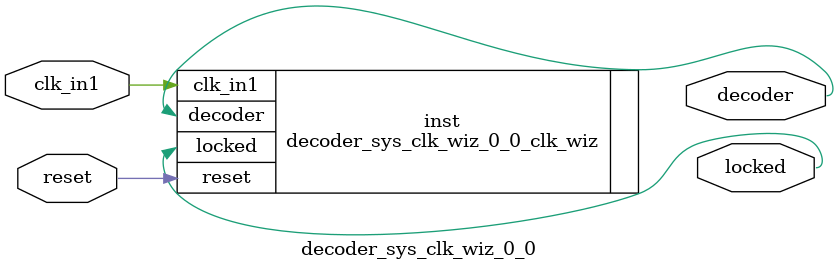
<source format=v>


`timescale 1ps/1ps

(* CORE_GENERATION_INFO = "decoder_sys_clk_wiz_0_0,clk_wiz_v6_0_10_0_0,{component_name=decoder_sys_clk_wiz_0_0,use_phase_alignment=true,use_min_o_jitter=false,use_max_i_jitter=false,use_dyn_phase_shift=false,use_inclk_switchover=false,use_dyn_reconfig=false,enable_axi=0,feedback_source=FDBK_AUTO,PRIMITIVE=MMCM,num_out_clk=1,clkin1_period=10.000,clkin2_period=10.000,use_power_down=false,use_reset=true,use_locked=true,use_inclk_stopped=false,feedback_type=SINGLE,CLOCK_MGR_TYPE=NA,manual_override=false}" *)

module decoder_sys_clk_wiz_0_0 
 (
  // Clock out ports
  output        decoder,
  // Status and control signals
  input         reset,
  output        locked,
 // Clock in ports
  input         clk_in1
 );

  decoder_sys_clk_wiz_0_0_clk_wiz inst
  (
  // Clock out ports  
  .decoder(decoder),
  // Status and control signals               
  .reset(reset), 
  .locked(locked),
 // Clock in ports
  .clk_in1(clk_in1)
  );

endmodule

</source>
